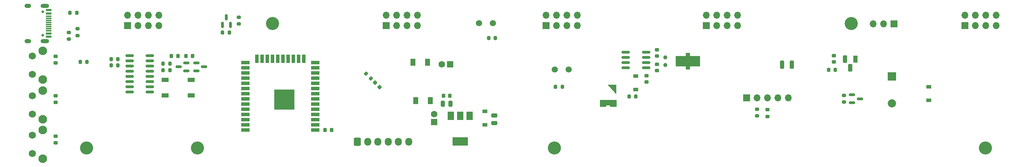
<source format=gbr>
%TF.GenerationSoftware,KiCad,Pcbnew,(6.0.4)*%
%TF.CreationDate,2022-06-05T17:20:23+02:00*%
%TF.ProjectId,Time-O-Mat_MoBo_H01,54696d65-2d4f-42d4-9d61-745f4d6f426f,rev?*%
%TF.SameCoordinates,Original*%
%TF.FileFunction,Soldermask,Top*%
%TF.FilePolarity,Negative*%
%FSLAX46Y46*%
G04 Gerber Fmt 4.6, Leading zero omitted, Abs format (unit mm)*
G04 Created by KiCad (PCBNEW (6.0.4)) date 2022-06-05 17:20:23*
%MOMM*%
%LPD*%
G01*
G04 APERTURE LIST*
G04 Aperture macros list*
%AMRoundRect*
0 Rectangle with rounded corners*
0 $1 Rounding radius*
0 $2 $3 $4 $5 $6 $7 $8 $9 X,Y pos of 4 corners*
0 Add a 4 corners polygon primitive as box body*
4,1,4,$2,$3,$4,$5,$6,$7,$8,$9,$2,$3,0*
0 Add four circle primitives for the rounded corners*
1,1,$1+$1,$2,$3*
1,1,$1+$1,$4,$5*
1,1,$1+$1,$6,$7*
1,1,$1+$1,$8,$9*
0 Add four rect primitives between the rounded corners*
20,1,$1+$1,$2,$3,$4,$5,0*
20,1,$1+$1,$4,$5,$6,$7,0*
20,1,$1+$1,$6,$7,$8,$9,0*
20,1,$1+$1,$8,$9,$2,$3,0*%
%AMFreePoly0*
4,1,30,-0.988102,1.697465,-0.977640,1.696721,-0.971482,1.689621,-0.962979,1.685608,1.036021,-0.516393,1.042104,-0.533353,1.049000,-0.550000,1.048505,-0.551196,1.048941,-0.552413,1.041250,-0.568709,1.034355,-0.585355,1.033161,-0.585850,1.032608,-0.587021,1.015643,-0.593106,0.999000,-0.600000,-0.999000,-0.600000,-1.034355,-0.585355,-1.049000,-0.550000,-1.049000,1.649000,-1.048464,1.650295,
-1.049941,1.654413,-1.045465,1.663898,-1.044721,1.674360,-1.037621,1.680518,-1.033608,1.689021,-1.023733,1.692563,-1.015811,1.699434,-1.006435,1.698768,-0.997587,1.701941,-0.988102,1.697465,-0.988102,1.697465,$1*%
%AMFreePoly1*
4,1,21,-0.467645,0.985355,-0.453000,0.950000,-0.453000,0.664000,0.480000,0.664000,0.480000,0.946000,0.494645,0.981355,0.530000,0.996000,1.969000,0.996000,2.004355,0.981355,2.019000,0.946000,2.019000,-0.614000,2.004355,-0.649355,1.969000,-0.664000,-1.969000,-0.664000,-2.004355,-0.649355,-2.019000,-0.614000,-2.019000,0.950000,-2.004355,0.985355,-1.969000,1.000000,-0.503000,1.000000,
-0.467645,0.985355,-0.467645,0.985355,$1*%
G04 Aperture macros list end*
%ADD10R,1.700000X1.000000*%
%ADD11RoundRect,0.225000X-0.225000X-0.250000X0.225000X-0.250000X0.225000X0.250000X-0.225000X0.250000X0*%
%ADD12RoundRect,0.250000X0.475000X-0.250000X0.475000X0.250000X-0.475000X0.250000X-0.475000X-0.250000X0*%
%ADD13RoundRect,0.200000X0.200000X0.275000X-0.200000X0.275000X-0.200000X-0.275000X0.200000X-0.275000X0*%
%ADD14C,2.100000*%
%ADD15C,1.750000*%
%ADD16R,1.300000X1.700000*%
%ADD17RoundRect,0.250000X-0.250000X-0.750000X0.250000X-0.750000X0.250000X0.750000X-0.250000X0.750000X0*%
%ADD18RoundRect,0.200000X0.275000X-0.200000X0.275000X0.200000X-0.275000X0.200000X-0.275000X-0.200000X0*%
%ADD19RoundRect,0.200000X-0.200000X-0.275000X0.200000X-0.275000X0.200000X0.275000X-0.200000X0.275000X0*%
%ADD20C,0.650000*%
%ADD21R,1.450000X0.600000*%
%ADD22R,1.450000X0.300000*%
%ADD23O,1.600000X1.000000*%
%ADD24O,2.100000X1.000000*%
%ADD25RoundRect,0.150000X-0.825000X-0.150000X0.825000X-0.150000X0.825000X0.150000X-0.825000X0.150000X0*%
%ADD26FreePoly0,180.000000*%
%ADD27FreePoly1,180.000000*%
%ADD28RoundRect,0.225000X0.335876X0.017678X0.017678X0.335876X-0.335876X-0.017678X-0.017678X-0.335876X0*%
%ADD29R,1.200000X0.900000*%
%ADD30RoundRect,0.250000X-0.600000X-0.725000X0.600000X-0.725000X0.600000X0.725000X-0.600000X0.725000X0*%
%ADD31O,1.700000X1.950000*%
%ADD32RoundRect,0.150000X0.150000X-0.587500X0.150000X0.587500X-0.150000X0.587500X-0.150000X-0.587500X0*%
%ADD33R,1.700000X1.700000*%
%ADD34O,1.700000X1.700000*%
%ADD35R,1.100000X1.800000*%
%ADD36RoundRect,0.275000X0.275000X0.625000X-0.275000X0.625000X-0.275000X-0.625000X0.275000X-0.625000X0*%
%ADD37RoundRect,0.150000X-0.587500X-0.150000X0.587500X-0.150000X0.587500X0.150000X-0.587500X0.150000X0*%
%ADD38RoundRect,0.225000X-0.250000X0.225000X-0.250000X-0.225000X0.250000X-0.225000X0.250000X0.225000X0*%
%ADD39C,3.200000*%
%ADD40RoundRect,0.200000X-0.275000X0.200000X-0.275000X-0.200000X0.275000X-0.200000X0.275000X0.200000X0*%
%ADD41C,1.000000*%
%ADD42R,1.000000X1.000000*%
%ADD43R,6.000000X2.500000*%
%ADD44RoundRect,0.225000X0.250000X-0.225000X0.250000X0.225000X-0.250000X0.225000X-0.250000X-0.225000X0*%
%ADD45RoundRect,0.200000X-0.335876X-0.053033X-0.053033X-0.335876X0.335876X0.053033X0.053033X0.335876X0*%
%ADD46R,1.600000X1.600000*%
%ADD47C,1.600000*%
%ADD48RoundRect,0.150000X0.825000X0.150000X-0.825000X0.150000X-0.825000X-0.150000X0.825000X-0.150000X0*%
%ADD49RoundRect,0.225000X0.225000X0.250000X-0.225000X0.250000X-0.225000X-0.250000X0.225000X-0.250000X0*%
%ADD50R,2.000000X2.000000*%
%ADD51C,2.000000*%
%ADD52RoundRect,0.150000X0.587500X0.150000X-0.587500X0.150000X-0.587500X-0.150000X0.587500X-0.150000X0*%
%ADD53R,2.000000X0.900000*%
%ADD54R,0.900000X2.000000*%
%ADD55R,5.000000X5.000000*%
%ADD56R,1.500000X2.000000*%
%ADD57R,3.800000X2.000000*%
%ADD58RoundRect,0.250000X0.250000X0.475000X-0.250000X0.475000X-0.250000X-0.475000X0.250000X-0.475000X0*%
%ADD59C,1.500000*%
G04 APERTURE END LIST*
D10*
%TO.C,RESET1*%
X41504000Y-23109000D03*
X35204000Y-23109000D03*
X35204000Y-19309000D03*
X41504000Y-19309000D03*
%TD*%
D11*
%TO.C,C13*%
X40272500Y-13500000D03*
X41822500Y-13500000D03*
%TD*%
D12*
%TO.C,C2*%
X115316000Y-29906000D03*
X115316000Y-28006000D03*
%TD*%
D13*
%TO.C,R11*%
X36321000Y-15367000D03*
X34671000Y-15367000D03*
%TD*%
D14*
%TO.C,SW3*%
X5352500Y-31615000D03*
X5352500Y-38625000D03*
D15*
X2862500Y-37375000D03*
X2862500Y-32875000D03*
%TD*%
D16*
%TO.C,D4*%
X99050000Y-15000000D03*
X95550000Y-15000000D03*
%TD*%
D17*
%TO.C,TP+5V1*%
X187800000Y-15600000D03*
%TD*%
D18*
%TO.C,R18*%
X179324000Y-28130000D03*
X179324000Y-26480000D03*
%TD*%
D19*
%TO.C,R15*%
X130275000Y-21000000D03*
X131925000Y-21000000D03*
%TD*%
D20*
%TO.C,J7*%
X5340000Y-8390000D03*
X5340000Y-2610000D03*
D21*
X6785000Y-2250000D03*
X6785000Y-3050000D03*
D22*
X6785000Y-4250000D03*
X6785000Y-5250000D03*
X6785000Y-5750000D03*
X6785000Y-6750000D03*
D21*
X6785000Y-7950000D03*
X6785000Y-8750000D03*
X6785000Y-8750000D03*
X6785000Y-7950000D03*
D22*
X6785000Y-7250000D03*
X6785000Y-6250000D03*
X6785000Y-4750000D03*
X6785000Y-3750000D03*
D21*
X6785000Y-3050000D03*
X6785000Y-2250000D03*
D23*
X1690000Y-1180000D03*
D24*
X5870000Y-1180000D03*
X5870000Y-9820000D03*
D23*
X1690000Y-9820000D03*
%TD*%
D14*
%TO.C,SW1*%
X5352500Y-12215000D03*
X5352500Y-19225000D03*
D15*
X2862500Y-17975000D03*
X2862500Y-13475000D03*
%TD*%
D25*
%TO.C,U5*%
X26525000Y-13355000D03*
X26525000Y-14625000D03*
X26525000Y-15895000D03*
X26525000Y-17165000D03*
X26525000Y-18435000D03*
X26525000Y-19705000D03*
X26525000Y-20975000D03*
X26525000Y-22245000D03*
X31475000Y-22245000D03*
X31475000Y-20975000D03*
X31475000Y-19705000D03*
X31475000Y-18435000D03*
X31475000Y-17165000D03*
X31475000Y-15895000D03*
X31475000Y-14625000D03*
X31475000Y-13355000D03*
%TD*%
D26*
%TO.C,C10*%
X144054000Y-21131000D03*
D27*
X143146000Y-24869000D03*
%TD*%
D28*
%TO.C,C3*%
X87416008Y-21122008D03*
X86319992Y-20025992D03*
%TD*%
D29*
%TO.C,D1*%
X221221000Y-21017000D03*
X221221000Y-24317000D03*
%TD*%
D13*
%TO.C,R13*%
X115625000Y-9100000D03*
X113975000Y-9100000D03*
%TD*%
D30*
%TO.C,J6*%
X82000000Y-34500000D03*
D31*
X84500000Y-34500000D03*
X87000000Y-34500000D03*
X89500000Y-34500000D03*
X92000000Y-34500000D03*
X94500000Y-34500000D03*
%TD*%
D32*
%TO.C,Q4*%
X49150000Y-5837500D03*
X51050000Y-5837500D03*
X50100000Y-3962500D03*
%TD*%
D19*
%TO.C,R9*%
X22035000Y-15748000D03*
X23685000Y-15748000D03*
%TD*%
D18*
%TO.C,R7*%
X11684000Y-9334000D03*
X11684000Y-7684000D03*
%TD*%
D33*
%TO.C,J4*%
X167000000Y-6000000D03*
D34*
X167000000Y-3460000D03*
X169540000Y-6000000D03*
X169540000Y-3460000D03*
X172080000Y-6000000D03*
X172080000Y-3460000D03*
X174620000Y-6000000D03*
X174620000Y-3460000D03*
%TD*%
D35*
%TO.C,U2*%
X203314000Y-14254000D03*
D36*
X202044000Y-16324000D03*
X200774000Y-14254000D03*
%TD*%
D37*
%TO.C,Q3*%
X42750500Y-15179000D03*
X42750500Y-17079000D03*
X44625500Y-16129000D03*
%TD*%
D38*
%TO.C,C18*%
X152400000Y-18275000D03*
X152400000Y-19825000D03*
%TD*%
D19*
%TO.C,R8*%
X22035000Y-14224000D03*
X23685000Y-14224000D03*
%TD*%
D39*
%TO.C,H6*%
X235000000Y-36000000D03*
%TD*%
D40*
%TO.C,R6*%
X13843000Y-6795000D03*
X13843000Y-8445000D03*
%TD*%
D19*
%TO.C,R4*%
X11975000Y-2900000D03*
X13625000Y-2900000D03*
%TD*%
D40*
%TO.C,R17*%
X53100000Y-3975000D03*
X53100000Y-5625000D03*
%TD*%
D16*
%TO.C,D3*%
X96250000Y-24400000D03*
X99750000Y-24400000D03*
%TD*%
D41*
%TO.C,Y1*%
X157036000Y-15682000D03*
X157036000Y-13782000D03*
D42*
X162536000Y-16232000D03*
X162536000Y-13232000D03*
D43*
X162536000Y-14732000D03*
%TD*%
D44*
%TO.C,C6*%
X8509000Y-34684000D03*
X8509000Y-33134000D03*
%TD*%
D33*
%TO.C,J3*%
X128000000Y-6000000D03*
D34*
X128000000Y-3460000D03*
X130540000Y-6000000D03*
X130540000Y-3460000D03*
X133080000Y-6000000D03*
X133080000Y-3460000D03*
X135620000Y-6000000D03*
X135620000Y-3460000D03*
%TD*%
D44*
%TO.C,C5*%
X8509000Y-24778000D03*
X8509000Y-23228000D03*
%TD*%
D40*
%TO.C,R1*%
X200520000Y-23112000D03*
X200520000Y-24762000D03*
%TD*%
D13*
%TO.C,R20*%
X149825000Y-23400000D03*
X148175000Y-23400000D03*
%TD*%
D29*
%TO.C,D2*%
X113030000Y-30352000D03*
X113030000Y-27052000D03*
%TD*%
D45*
%TO.C,R2*%
X84124800Y-17780000D03*
X85291526Y-18946726D03*
%TD*%
D46*
%TO.C,C19*%
X100711000Y-29657113D03*
D47*
X100711000Y-27657113D03*
%TD*%
D46*
%TO.C,C11*%
X104587113Y-15494000D03*
D47*
X102587113Y-15494000D03*
%TD*%
D48*
%TO.C,U3*%
X152335000Y-16383000D03*
X152335000Y-15113000D03*
X152335000Y-13843000D03*
X152335000Y-12573000D03*
X147385000Y-12573000D03*
X147385000Y-13843000D03*
X147385000Y-15113000D03*
X147385000Y-16383000D03*
%TD*%
D39*
%TO.C,H5*%
X130000000Y-36000000D03*
%TD*%
D44*
%TO.C,C7*%
X198107000Y-14933000D03*
X198107000Y-13383000D03*
%TD*%
D33*
%TO.C,J8*%
X212700000Y-5600000D03*
D34*
X210160000Y-5600000D03*
X207620000Y-5600000D03*
%TD*%
D37*
%TO.C,Q1*%
X202503500Y-22987000D03*
X202503500Y-24887000D03*
X204378500Y-23937000D03*
%TD*%
D19*
%TO.C,R5*%
X14475000Y-14900000D03*
X16125000Y-14900000D03*
%TD*%
%TO.C,R3*%
X196774000Y-16825000D03*
X198424000Y-16825000D03*
%TD*%
D33*
%TO.C,J2*%
X89000000Y-6000000D03*
D34*
X89000000Y-3460000D03*
X91540000Y-6000000D03*
X91540000Y-3460000D03*
X94080000Y-6000000D03*
X94080000Y-3460000D03*
X96620000Y-6000000D03*
X96620000Y-3460000D03*
%TD*%
D39*
%TO.C,H1*%
X43000000Y-36000000D03*
%TD*%
D49*
%TO.C,C16*%
X38275000Y-13500000D03*
X36725000Y-13500000D03*
%TD*%
D44*
%TO.C,C9*%
X154940000Y-13475000D03*
X154940000Y-11925000D03*
%TD*%
D39*
%TO.C,H4*%
X16000000Y-36000000D03*
%TD*%
D29*
%TO.C,D5*%
X149800000Y-21650000D03*
X149800000Y-18350000D03*
%TD*%
D50*
%TO.C,BZ1*%
X212204000Y-18486000D03*
D51*
X212204000Y-25086000D03*
%TD*%
D49*
%TO.C,C1*%
X75705000Y-31623000D03*
X74155000Y-31623000D03*
%TD*%
D19*
%TO.C,R16*%
X49175000Y-7700000D03*
X50825000Y-7700000D03*
%TD*%
D52*
%TO.C,Q2*%
X40307500Y-17079000D03*
X40307500Y-15179000D03*
X38432500Y-16129000D03*
%TD*%
D18*
%TO.C,R19*%
X181864000Y-28257000D03*
X181864000Y-26607000D03*
%TD*%
D39*
%TO.C,H2*%
X202300000Y-5500000D03*
%TD*%
D53*
%TO.C,U1*%
X71746000Y-31623000D03*
X71746000Y-30353000D03*
X71746000Y-29083000D03*
X71746000Y-27813000D03*
X71746000Y-26543000D03*
X71746000Y-25273000D03*
X71746000Y-24003000D03*
X71746000Y-22733000D03*
X71746000Y-21463000D03*
X71746000Y-20193000D03*
X71746000Y-18923000D03*
X71746000Y-17653000D03*
X71746000Y-16383000D03*
X71746000Y-15113000D03*
D54*
X68961000Y-14113000D03*
X67691000Y-14113000D03*
X66421000Y-14113000D03*
X65151000Y-14113000D03*
X63881000Y-14113000D03*
X62611000Y-14113000D03*
X61341000Y-14113000D03*
X60071000Y-14113000D03*
X58801000Y-14113000D03*
X57531000Y-14113000D03*
D53*
X54746000Y-15113000D03*
X54746000Y-16383000D03*
X54746000Y-17653000D03*
X54746000Y-18923000D03*
X54746000Y-20193000D03*
X54746000Y-21463000D03*
X54746000Y-22733000D03*
X54746000Y-24003000D03*
X54746000Y-25273000D03*
X54746000Y-26543000D03*
X54746000Y-27813000D03*
X54746000Y-29083000D03*
X54746000Y-30353000D03*
X54746000Y-31623000D03*
D55*
X64246000Y-24123000D03*
%TD*%
D56*
%TO.C,U4*%
X109361000Y-28092000D03*
D57*
X107061000Y-34392000D03*
D56*
X107061000Y-28092000D03*
X104761000Y-28092000D03*
%TD*%
D33*
%TO.C,J1*%
X26000000Y-6000000D03*
D34*
X26000000Y-3460000D03*
X28540000Y-6000000D03*
X28540000Y-3460000D03*
X31080000Y-6000000D03*
X31080000Y-3460000D03*
X33620000Y-6000000D03*
X33620000Y-3460000D03*
%TD*%
D38*
%TO.C,C8*%
X154940000Y-15494000D03*
X154940000Y-17044000D03*
%TD*%
D58*
%TO.C,C14*%
X104709000Y-25146000D03*
X102809000Y-25146000D03*
%TD*%
D33*
%TO.C,J9*%
X176789000Y-23749000D03*
D34*
X179329000Y-23749000D03*
X181869000Y-23749000D03*
X184409000Y-23749000D03*
X186949000Y-23749000D03*
%TD*%
D33*
%TO.C,J5*%
X230000000Y-6000000D03*
D34*
X230000000Y-3460000D03*
X232540000Y-6000000D03*
X232540000Y-3460000D03*
X235080000Y-6000000D03*
X235080000Y-3460000D03*
X237620000Y-6000000D03*
X237620000Y-3460000D03*
%TD*%
D14*
%TO.C,SW2*%
X5352500Y-21915000D03*
X5352500Y-28925000D03*
D15*
X2862500Y-27675000D03*
X2862500Y-23175000D03*
%TD*%
D44*
%TO.C,C4*%
X8509000Y-15126000D03*
X8509000Y-13576000D03*
%TD*%
D49*
%TO.C,C12*%
X104534000Y-23241000D03*
X102984000Y-23241000D03*
%TD*%
D13*
%TO.C,R10*%
X36321000Y-16967000D03*
X34671000Y-16967000D03*
%TD*%
D17*
%TO.C,TPGND1*%
X185440000Y-15600000D03*
%TD*%
D59*
%TO.C,R14*%
X133500000Y-16800000D03*
X130100000Y-16800000D03*
%TD*%
%TO.C,R12*%
X111600000Y-5400000D03*
X115000000Y-5400000D03*
%TD*%
D39*
%TO.C,H3*%
X61300000Y-5500000D03*
%TD*%
M02*

</source>
